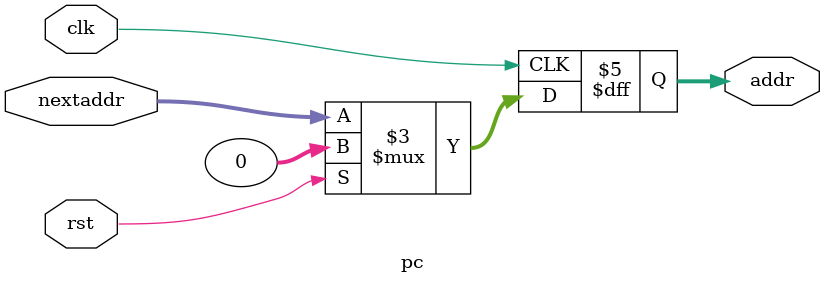
<source format=v>
module pc(
    input clk, rst,
    input [31:0] nextaddr,
    output reg [31:0] addr
);
    always @(posedge clk) begin
        if (rst) addr <= 32'd0;
        else addr <= nextaddr;
    end
endmodule
</source>
